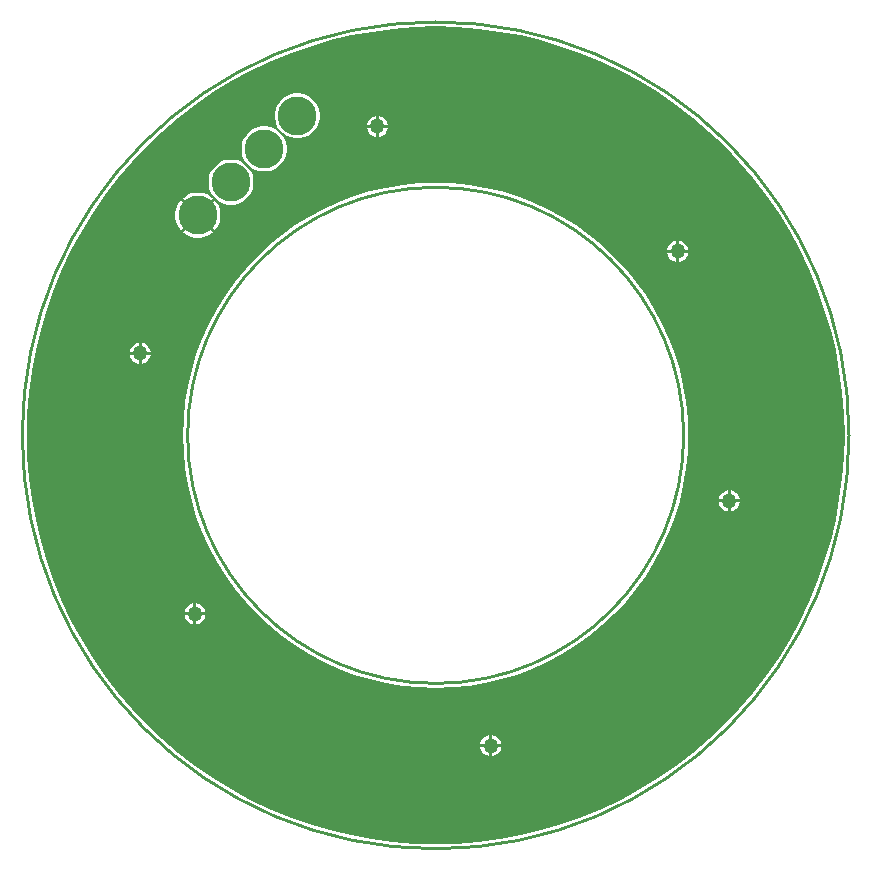
<source format=gbl>
G04*
G04 #@! TF.GenerationSoftware,Altium Limited,CircuitMaker,2.3.0 (2.3.0.3)*
G04*
G04 Layer_Physical_Order=2*
G04 Layer_Color=11436288*
%FSLAX25Y25*%
%MOIN*%
G70*
G04*
G04 #@! TF.SameCoordinates,F5C641B9-28B3-4D49-9DD8-C7E1E1099596*
G04*
G04*
G04 #@! TF.FilePolarity,Positive*
G04*
G01*
G75*
%ADD10C,0.01000*%
%ADD22C,0.12992*%
%ADD23C,0.05000*%
G36*
X7133Y136105D02*
X14246Y135545D01*
X21321Y134614D01*
X28337Y133314D01*
X35275Y131648D01*
X42116Y129621D01*
X48843Y127240D01*
X55435Y124509D01*
X61875Y121437D01*
X68146Y118032D01*
X74230Y114304D01*
X80110Y110263D01*
X85771Y105919D01*
X91197Y101285D01*
X96373Y96373D01*
X101285Y91197D01*
X105919Y85771D01*
X110263Y80110D01*
X114304Y74230D01*
X118032Y68146D01*
X121437Y61875D01*
X124509Y55435D01*
X127240Y48843D01*
X129621Y42116D01*
X131648Y35275D01*
X133314Y28337D01*
X134614Y21321D01*
X135545Y14246D01*
X136105Y7133D01*
X136292Y0D01*
X136105Y-7133D01*
X135545Y-14246D01*
X134614Y-21321D01*
X133314Y-28337D01*
X131648Y-35275D01*
X129621Y-42116D01*
X127240Y-48843D01*
X124509Y-55435D01*
X121437Y-61875D01*
X118032Y-68146D01*
X114304Y-74230D01*
X110263Y-80110D01*
X105919Y-85771D01*
X101285Y-91197D01*
X96373Y-96373D01*
X91197Y-101285D01*
X85771Y-105919D01*
X80110Y-110263D01*
X74230Y-114304D01*
X68146Y-118032D01*
X61875Y-121437D01*
X55435Y-124509D01*
X48843Y-127240D01*
X42116Y-129621D01*
X35275Y-131648D01*
X28337Y-133314D01*
X21321Y-134614D01*
X14246Y-135545D01*
X7133Y-136105D01*
X0Y-136292D01*
X-7133Y-136105D01*
X-14246Y-135545D01*
X-21321Y-134614D01*
X-28337Y-133314D01*
X-35275Y-131648D01*
X-42116Y-129621D01*
X-48843Y-127240D01*
X-55435Y-124509D01*
X-61875Y-121437D01*
X-68146Y-118032D01*
X-74230Y-114304D01*
X-80110Y-110263D01*
X-85771Y-105919D01*
X-91197Y-101285D01*
X-96373Y-96373D01*
X-101285Y-91197D01*
X-105919Y-85771D01*
X-110263Y-80110D01*
X-114304Y-74230D01*
X-118032Y-68146D01*
X-121437Y-61875D01*
X-124509Y-55435D01*
X-127240Y-48843D01*
X-129621Y-42116D01*
X-131648Y-35275D01*
X-133314Y-28337D01*
X-134614Y-21321D01*
X-135545Y-14246D01*
X-136105Y-7133D01*
X-136292Y0D01*
X-136105Y7133D01*
X-135545Y14246D01*
X-134614Y21321D01*
X-133314Y28337D01*
X-131648Y35275D01*
X-129621Y42116D01*
X-127240Y48843D01*
X-124509Y55435D01*
X-121437Y61875D01*
X-118032Y68146D01*
X-114304Y74230D01*
X-110263Y80110D01*
X-105919Y85771D01*
X-101285Y91197D01*
X-96373Y96373D01*
X-91197Y101285D01*
X-85771Y105919D01*
X-80110Y110263D01*
X-74230Y114304D01*
X-68146Y118032D01*
X-61875Y121437D01*
X-55435Y124509D01*
X-48843Y127240D01*
X-42116Y129621D01*
X-35275Y131648D01*
X-28337Y133314D01*
X-21321Y134614D01*
X-14246Y135545D01*
X-7133Y136105D01*
X0Y136292D01*
X7133Y136105D01*
D02*
G37*
%LPC*%
G36*
X-18890Y106500D02*
Y103510D01*
X-15900D01*
X-16128Y104361D01*
X-16589Y105159D01*
X-17241Y105811D01*
X-18039Y106272D01*
X-18890Y106500D01*
D02*
G37*
G36*
X-19890D02*
X-20741Y106272D01*
X-21539Y105811D01*
X-22190Y105159D01*
X-22651Y104361D01*
X-22879Y103510D01*
X-19890D01*
Y106500D01*
D02*
G37*
G36*
X-15900Y102510D02*
X-18890D01*
Y99521D01*
X-18039Y99749D01*
X-17241Y100209D01*
X-16589Y100861D01*
X-16128Y101659D01*
X-15900Y102510D01*
D02*
G37*
G36*
X-19890D02*
X-22879D01*
X-22651Y101659D01*
X-22190Y100861D01*
X-21539Y100209D01*
X-20741Y99749D01*
X-19890Y99521D01*
Y102510D01*
D02*
G37*
G36*
X-45423Y113993D02*
X-46899D01*
X-48347Y113705D01*
X-49712Y113140D01*
X-50939Y112319D01*
X-51983Y111275D01*
X-52804Y110047D01*
X-53369Y108683D01*
X-53657Y107235D01*
Y105758D01*
X-53369Y104310D01*
X-52804Y102946D01*
X-51983Y101718D01*
X-50939Y100674D01*
X-49712Y99854D01*
X-48347Y99289D01*
X-46899Y99001D01*
X-45423D01*
X-43974Y99289D01*
X-42610Y99854D01*
X-41382Y100674D01*
X-40338Y101718D01*
X-39518Y102946D01*
X-38953Y104310D01*
X-38665Y105758D01*
Y107235D01*
X-38953Y108683D01*
X-39518Y110047D01*
X-40338Y111275D01*
X-41382Y112319D01*
X-42610Y113140D01*
X-43974Y113705D01*
X-45423Y113993D01*
D02*
G37*
G36*
X-56447Y102969D02*
X-57923D01*
X-59372Y102680D01*
X-60736Y102115D01*
X-61963Y101295D01*
X-63008Y100251D01*
X-63828Y99023D01*
X-64393Y97659D01*
X-64681Y96211D01*
Y94734D01*
X-64393Y93286D01*
X-63828Y91922D01*
X-63008Y90694D01*
X-61963Y89650D01*
X-60736Y88829D01*
X-59372Y88264D01*
X-57923Y87976D01*
X-56447D01*
X-54998Y88264D01*
X-53634Y88829D01*
X-52407Y89650D01*
X-51363Y90694D01*
X-50542Y91922D01*
X-49977Y93286D01*
X-49689Y94734D01*
Y96211D01*
X-49977Y97659D01*
X-50542Y99023D01*
X-51363Y100251D01*
X-52407Y101295D01*
X-53634Y102115D01*
X-54998Y102680D01*
X-56447Y102969D01*
D02*
G37*
G36*
X-67471Y91944D02*
X-68947D01*
X-70396Y91656D01*
X-71760Y91091D01*
X-72988Y90271D01*
X-74032Y89227D01*
X-74852Y87999D01*
X-75417Y86635D01*
X-75705Y85186D01*
Y83710D01*
X-75417Y82262D01*
X-74852Y80897D01*
X-74032Y79670D01*
X-72988Y78626D01*
X-71760Y77805D01*
X-70396Y77240D01*
X-68947Y76952D01*
X-67471D01*
X-66023Y77240D01*
X-64658Y77805D01*
X-63431Y78626D01*
X-62387Y79670D01*
X-61566Y80897D01*
X-61001Y82262D01*
X-60713Y83710D01*
Y85186D01*
X-61001Y86635D01*
X-61566Y87999D01*
X-62387Y89227D01*
X-63431Y90271D01*
X-64658Y91091D01*
X-66023Y91656D01*
X-67471Y91944D01*
D02*
G37*
G36*
X-78495Y80920D02*
X-79972D01*
X-81420Y80632D01*
X-82784Y80067D01*
X-84012Y79247D01*
X-84180Y79078D01*
X-79233Y74131D01*
X-74287Y79078D01*
X-74455Y79247D01*
X-75683Y80067D01*
X-77047Y80632D01*
X-78495Y80920D01*
D02*
G37*
G36*
X-73579Y78371D02*
X-78526Y73424D01*
X-73579Y68477D01*
X-73411Y68646D01*
X-72591Y69873D01*
X-72026Y71238D01*
X-71737Y72686D01*
Y74163D01*
X-72026Y75611D01*
X-72591Y76975D01*
X-73411Y78203D01*
X-73579Y78371D01*
D02*
G37*
G36*
X-84887Y78371D02*
X-85056Y78203D01*
X-85876Y76975D01*
X-86441Y75611D01*
X-86730Y74163D01*
Y72686D01*
X-86441Y71238D01*
X-85876Y69873D01*
X-85056Y68646D01*
X-84887Y68477D01*
X-79940Y73424D01*
X-84887Y78371D01*
D02*
G37*
G36*
X-79233Y72717D02*
X-84180Y67770D01*
X-84012Y67602D01*
X-82784Y66781D01*
X-81420Y66216D01*
X-79972Y65928D01*
X-78495D01*
X-77047Y66216D01*
X-75683Y66781D01*
X-74455Y67602D01*
X-74287Y67770D01*
X-79233Y72717D01*
D02*
G37*
G36*
X81206Y64862D02*
Y61872D01*
X84196D01*
X83968Y62723D01*
X83507Y63521D01*
X82855Y64173D01*
X82057Y64634D01*
X81206Y64862D01*
D02*
G37*
G36*
X80206D02*
X79355Y64634D01*
X78557Y64173D01*
X77906Y63521D01*
X77445Y62723D01*
X77217Y61872D01*
X80206D01*
Y64862D01*
D02*
G37*
G36*
X84196Y60872D02*
X81206D01*
Y57883D01*
X82057Y58111D01*
X82855Y58572D01*
X83507Y59223D01*
X83968Y60021D01*
X84196Y60872D01*
D02*
G37*
G36*
X80206D02*
X77217D01*
X77445Y60021D01*
X77906Y59223D01*
X78557Y58572D01*
X79355Y58111D01*
X80206Y57883D01*
Y60872D01*
D02*
G37*
G36*
X-98024Y30852D02*
Y27862D01*
X-95034D01*
X-95262Y28713D01*
X-95723Y29511D01*
X-96375Y30163D01*
X-97173Y30624D01*
X-98024Y30852D01*
D02*
G37*
G36*
X-99024D02*
X-99875Y30624D01*
X-100673Y30163D01*
X-101324Y29511D01*
X-101785Y28713D01*
X-102013Y27862D01*
X-99024D01*
Y30852D01*
D02*
G37*
G36*
X-95034Y26862D02*
X-98024D01*
Y23873D01*
X-97173Y24101D01*
X-96375Y24562D01*
X-95723Y25213D01*
X-95262Y26011D01*
X-95034Y26862D01*
D02*
G37*
G36*
X-99024D02*
X-102013D01*
X-101785Y26011D01*
X-101324Y25213D01*
X-100673Y24562D01*
X-99875Y24101D01*
X-99024Y23873D01*
Y26862D01*
D02*
G37*
G36*
X98335Y-18361D02*
Y-21350D01*
X101324D01*
X101096Y-20499D01*
X100635Y-19701D01*
X99984Y-19050D01*
X99186Y-18589D01*
X98335Y-18361D01*
D02*
G37*
G36*
X97335D02*
X96484Y-18589D01*
X95686Y-19050D01*
X95034Y-19701D01*
X94573Y-20499D01*
X94345Y-21350D01*
X97335D01*
Y-18361D01*
D02*
G37*
G36*
X101324Y-22350D02*
X98335D01*
Y-25340D01*
X99186Y-25112D01*
X99984Y-24651D01*
X100635Y-23999D01*
X101096Y-23201D01*
X101324Y-22350D01*
D02*
G37*
G36*
X97335D02*
X94345D01*
X94573Y-23201D01*
X95034Y-23999D01*
X95686Y-24651D01*
X96484Y-25112D01*
X97335Y-25340D01*
Y-22350D01*
D02*
G37*
G36*
X-79716Y-55980D02*
Y-58969D01*
X-76727D01*
X-76955Y-58118D01*
X-77416Y-57320D01*
X-78067Y-56669D01*
X-78866Y-56208D01*
X-79716Y-55980D01*
D02*
G37*
G36*
X-80717D02*
X-81568Y-56208D01*
X-82366Y-56669D01*
X-83017Y-57320D01*
X-83478Y-58118D01*
X-83706Y-58969D01*
X-80717D01*
Y-55980D01*
D02*
G37*
G36*
X-76727Y-59969D02*
X-79716D01*
Y-62959D01*
X-78866Y-62731D01*
X-78067Y-62270D01*
X-77416Y-61619D01*
X-76955Y-60820D01*
X-76727Y-59969D01*
D02*
G37*
G36*
X-80717D02*
X-83706D01*
X-83478Y-60820D01*
X-83017Y-61619D01*
X-82366Y-62270D01*
X-81568Y-62731D01*
X-80717Y-62959D01*
Y-59969D01*
D02*
G37*
G36*
X0Y84222D02*
X-5508Y84042D01*
X-10993Y83502D01*
X-16431Y82604D01*
X-21798Y81353D01*
X-27072Y79753D01*
X-32230Y77811D01*
X-37251Y75537D01*
X-42111Y72939D01*
X-46791Y70028D01*
X-51271Y66818D01*
X-55532Y63322D01*
X-59554Y59554D01*
X-63322Y55532D01*
X-66818Y51271D01*
X-70028Y46791D01*
X-72939Y42111D01*
X-75537Y37251D01*
X-77811Y32230D01*
X-79753Y27072D01*
X-81353Y21798D01*
X-82604Y16431D01*
X-83502Y10993D01*
X-84042Y5508D01*
X-84222Y0D01*
X-84042Y-5508D01*
X-83502Y-10993D01*
X-82604Y-16431D01*
X-81353Y-21798D01*
X-79753Y-27072D01*
X-77811Y-32230D01*
X-75537Y-37251D01*
X-72939Y-42111D01*
X-70028Y-46791D01*
X-66818Y-51271D01*
X-63322Y-55532D01*
X-59554Y-59554D01*
X-55532Y-63322D01*
X-51271Y-66818D01*
X-46791Y-70028D01*
X-42111Y-72939D01*
X-37251Y-75537D01*
X-32230Y-77811D01*
X-27072Y-79753D01*
X-21798Y-81353D01*
X-16431Y-82604D01*
X-10993Y-83502D01*
X-5508Y-84042D01*
X0Y-84222D01*
X5508Y-84042D01*
X10993Y-83502D01*
X16431Y-82604D01*
X21798Y-81353D01*
X27072Y-79753D01*
X32230Y-77811D01*
X37251Y-75537D01*
X42111Y-72939D01*
X46791Y-70028D01*
X51271Y-66818D01*
X55532Y-63322D01*
X59554Y-59554D01*
X63322Y-55532D01*
X66818Y-51271D01*
X70028Y-46791D01*
X72939Y-42111D01*
X75537Y-37251D01*
X77811Y-32230D01*
X79753Y-27072D01*
X81353Y-21798D01*
X82604Y-16431D01*
X83502Y-10993D01*
X84042Y-5508D01*
X84222Y0D01*
X84042Y5508D01*
X83502Y10993D01*
X82604Y16431D01*
X81353Y21798D01*
X79753Y27072D01*
X77811Y32230D01*
X75537Y37251D01*
X72939Y42111D01*
X70028Y46791D01*
X66818Y51271D01*
X63322Y55532D01*
X59554Y59554D01*
X55532Y63322D01*
X51271Y66818D01*
X46791Y70028D01*
X42111Y72939D01*
X37251Y75537D01*
X32230Y77811D01*
X27072Y79753D01*
X21798Y81353D01*
X16431Y82604D01*
X10993Y83502D01*
X5508Y84042D01*
X0Y84222D01*
D02*
G37*
G36*
X18903Y-99902D02*
Y-102892D01*
X21893D01*
X21665Y-102041D01*
X21204Y-101242D01*
X20552Y-100591D01*
X19754Y-100130D01*
X18903Y-99902D01*
D02*
G37*
G36*
X17903D02*
X17052Y-100130D01*
X16254Y-100591D01*
X15602Y-101242D01*
X15142Y-102041D01*
X14914Y-102892D01*
X17903D01*
Y-99902D01*
D02*
G37*
G36*
X21893Y-103892D02*
X18903D01*
Y-106881D01*
X19754Y-106653D01*
X20552Y-106192D01*
X21204Y-105541D01*
X21665Y-104743D01*
X21893Y-103892D01*
D02*
G37*
G36*
X17903D02*
X14914D01*
X15142Y-104743D01*
X15602Y-105541D01*
X16254Y-106192D01*
X17052Y-106653D01*
X17903Y-106881D01*
Y-103892D01*
D02*
G37*
%LPD*%
D10*
X82677Y207D02*
G03*
X82677Y0I-82677J-207D01*
G01*
X137795D02*
G03*
X137795Y0I-137795J0D01*
G01*
D22*
X-79233Y73424D02*
D03*
X-68209Y84448D02*
D03*
X-57185Y95472D02*
D03*
X-46161Y106497D02*
D03*
D23*
X-98524Y27362D02*
D03*
X-80216Y-59469D02*
D03*
X80706Y61372D02*
D03*
X18403Y-103392D02*
D03*
X97835Y-21850D02*
D03*
X-19390Y103010D02*
D03*
M02*

</source>
